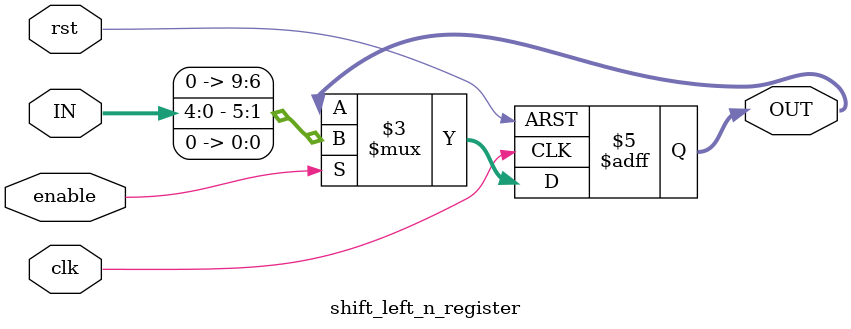
<source format=v>
`timescale 1ns / 1ps


module shift_left_n_register # (parameter N = 1)(
    input [4:0] IN,
    output reg [9:0] OUT,
    input rst,
    input enable,
    input clk
    );
   
    always@(posedge rst or posedge clk)
    begin
        if (rst)
            OUT <= 8'b00;
        else
            if(enable)
                OUT <= {{5-N{1'b0}},IN,{N{1'b0}}};
            else
                OUT <= OUT;
    end  
endmodule

</source>
